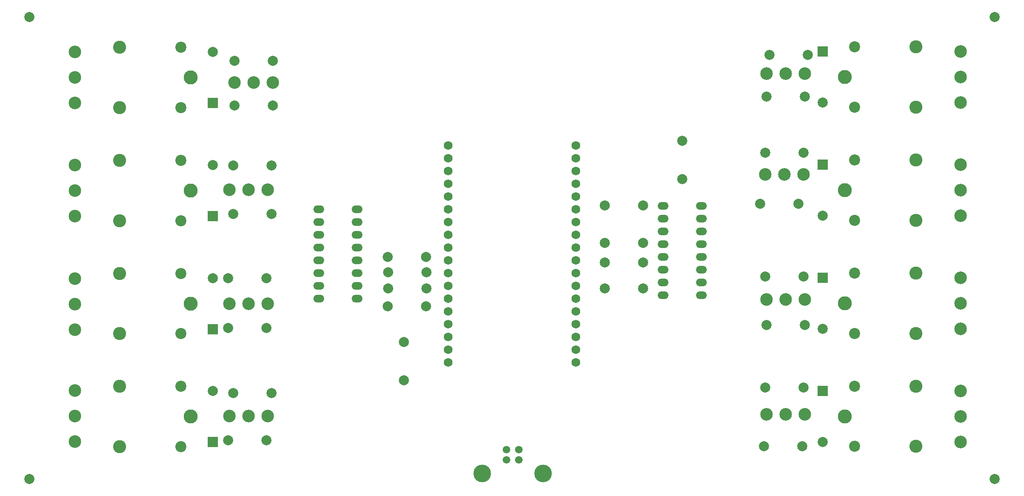
<source format=gbr>
%TF.GenerationSoftware,KiCad,Pcbnew,(5.1.10)-1*%
%TF.CreationDate,2021-09-30T22:30:01-03:00*%
%TF.ProjectId,esp32,65737033-322e-46b6-9963-61645f706362,rev?*%
%TF.SameCoordinates,Original*%
%TF.FileFunction,Copper,L1,Top*%
%TF.FilePolarity,Positive*%
%FSLAX46Y46*%
G04 Gerber Fmt 4.6, Leading zero omitted, Abs format (unit mm)*
G04 Created by KiCad (PCBNEW (5.1.10)-1) date 2021-09-30 22:30:01*
%MOMM*%
%LPD*%
G01*
G04 APERTURE LIST*
%TA.AperFunction,ComponentPad*%
%ADD10C,1.998980*%
%TD*%
%TA.AperFunction,ComponentPad*%
%ADD11R,1.998980X1.998980*%
%TD*%
%TA.AperFunction,ComponentPad*%
%ADD12C,2.500000*%
%TD*%
%TA.AperFunction,ComponentPad*%
%ADD13C,2.800000*%
%TD*%
%TA.AperFunction,ComponentPad*%
%ADD14C,2.200000*%
%TD*%
%TA.AperFunction,ComponentPad*%
%ADD15C,2.600000*%
%TD*%
%TA.AperFunction,ComponentPad*%
%ADD16O,2.199640X1.501140*%
%TD*%
%TA.AperFunction,ComponentPad*%
%ADD17C,1.501140*%
%TD*%
%TA.AperFunction,ComponentPad*%
%ADD18C,3.500120*%
%TD*%
%TA.AperFunction,ComponentPad*%
%ADD19C,2.499360*%
%TD*%
%TA.AperFunction,ComponentPad*%
%ADD20C,1.750000*%
%TD*%
G04 APERTURE END LIST*
D10*
%TO.P,R3B1,1*%
%TO.N,Net-(Q5-Pad2)*%
X79814000Y-61658000D03*
%TO.P,R3B1,2*%
%TO.N,Earth*%
X87434000Y-61658000D03*
%TD*%
%TO.P,R12,1*%
%TO.N,Net-(Q4-Pad2)*%
X185342000Y-117770000D03*
%TO.P,R12,2*%
%TO.N,Earth*%
X192962000Y-117770000D03*
%TD*%
%TO.P,R9,2*%
%TO.N,Earth*%
X192962000Y-95672000D03*
%TO.P,R9,1*%
%TO.N,Net-(Q3-Pad2)*%
X185342000Y-95672000D03*
%TD*%
%TO.P,D2,1*%
%TO.N,Net-(D2-Pad1)*%
X196780000Y-83564000D03*
D11*
%TO.P,D2,2*%
%TO.N,+5V*%
X196780000Y-73404000D03*
%TD*%
%TO.P,D1,2*%
%TO.N,+5V*%
X196780000Y-50904000D03*
D10*
%TO.P,D1,1*%
%TO.N,Net-(D1-Pad1)*%
X196780000Y-61064000D03*
%TD*%
D11*
%TO.P,D3,2*%
%TO.N,+5V*%
X196780000Y-95904000D03*
D10*
%TO.P,D3,1*%
%TO.N,Net-(D3-Pad1)*%
X196780000Y-106064000D03*
%TD*%
%TO.P,D4,1*%
%TO.N,Net-(D4-Pad1)*%
X196780000Y-128564000D03*
D11*
%TO.P,D4,2*%
%TO.N,+5V*%
X196780000Y-118404000D03*
%TD*%
D10*
%TO.P,D6,1*%
%TO.N,Net-(D6-Pad1)*%
X75514000Y-73466000D03*
D11*
%TO.P,D6,2*%
%TO.N,+5V*%
X75514000Y-83626000D03*
%TD*%
%TO.P,D8,2*%
%TO.N,+5V*%
X75514000Y-128626000D03*
D10*
%TO.P,D8,1*%
%TO.N,Net-(D8-Pad1)*%
X75514000Y-118466000D03*
%TD*%
D11*
%TO.P,D5,2*%
%TO.N,+5V*%
X75514000Y-61126000D03*
D10*
%TO.P,D5,1*%
%TO.N,Net-(D5-Pad1)*%
X75514000Y-50966000D03*
%TD*%
%TO.P,D7,1*%
%TO.N,Net-(D7-Pad1)*%
X75514000Y-95966000D03*
D11*
%TO.P,D7,2*%
%TO.N,+5V*%
X75514000Y-106126000D03*
%TD*%
D12*
%TO.P,J3,3*%
%TO.N,/NC3*%
X224280000Y-95904000D03*
%TO.P,J3,1*%
%TO.N,/NA3*%
X224280000Y-106064000D03*
%TO.P,J3,2*%
%TO.N,/COM3*%
X224280000Y-100984000D03*
%TD*%
%TO.P,J4,2*%
%TO.N,/COM4*%
X224280000Y-123484000D03*
%TO.P,J4,1*%
%TO.N,/NA4*%
X224280000Y-128564000D03*
%TO.P,J4,3*%
%TO.N,/NC4*%
X224280000Y-118404000D03*
%TD*%
%TO.P,J2,2*%
%TO.N,/COM2*%
X224280000Y-78484000D03*
%TO.P,J2,1*%
%TO.N,/NA2*%
X224280000Y-83564000D03*
%TO.P,J2,3*%
%TO.N,/NC2*%
X224280000Y-73404000D03*
%TD*%
%TO.P,J1,3*%
%TO.N,/NC1*%
X224280000Y-50904000D03*
%TO.P,J1,1*%
%TO.N,/NA1*%
X224280000Y-61064000D03*
%TO.P,J1,2*%
%TO.N,/COM1*%
X224280000Y-55984000D03*
%TD*%
%TO.P,J5,3*%
%TO.N,/NC5*%
X48014000Y-61126000D03*
%TO.P,J5,1*%
%TO.N,/NA5*%
X48014000Y-50966000D03*
%TO.P,J5,2*%
%TO.N,/COM5*%
X48014000Y-56046000D03*
%TD*%
%TO.P,J6,2*%
%TO.N,/COM6*%
X48014000Y-78546000D03*
%TO.P,J6,1*%
%TO.N,/NA6*%
X48014000Y-73466000D03*
%TO.P,J6,3*%
%TO.N,/NC6*%
X48014000Y-83626000D03*
%TD*%
%TO.P,J7,3*%
%TO.N,/NC7*%
X48014000Y-106206000D03*
%TO.P,J7,1*%
%TO.N,/NA7*%
X48014000Y-96046000D03*
%TO.P,J7,2*%
%TO.N,/COM7*%
X48014000Y-101126000D03*
%TD*%
%TO.P,J8,2*%
%TO.N,/COM8*%
X48014000Y-123466000D03*
%TO.P,J8,1*%
%TO.N,/NA8*%
X48014000Y-118386000D03*
%TO.P,J8,3*%
%TO.N,/NC8*%
X48014000Y-128546000D03*
%TD*%
D13*
%TO.P,K2,1*%
%TO.N,/COM2*%
X201180000Y-78484000D03*
D14*
%TO.P,K2,5*%
%TO.N,+5V*%
X203180000Y-72484000D03*
D15*
%TO.P,K2,4*%
%TO.N,/NC2*%
X215380000Y-72484000D03*
%TO.P,K2,3*%
%TO.N,/NA2*%
X215380000Y-84484000D03*
D14*
%TO.P,K2,2*%
%TO.N,Net-(D2-Pad1)*%
X203180000Y-84484000D03*
%TD*%
%TO.P,K1,2*%
%TO.N,Net-(D1-Pad1)*%
X203180000Y-61984000D03*
D15*
%TO.P,K1,3*%
%TO.N,/NA1*%
X215380000Y-61984000D03*
%TO.P,K1,4*%
%TO.N,/NC1*%
X215380000Y-49984000D03*
D14*
%TO.P,K1,5*%
%TO.N,+5V*%
X203180000Y-49984000D03*
D13*
%TO.P,K1,1*%
%TO.N,/COM1*%
X201180000Y-55984000D03*
%TD*%
%TO.P,K3,1*%
%TO.N,/COM3*%
X201180000Y-100984000D03*
D14*
%TO.P,K3,5*%
%TO.N,+5V*%
X203180000Y-94984000D03*
D15*
%TO.P,K3,4*%
%TO.N,/NC3*%
X215380000Y-94984000D03*
%TO.P,K3,3*%
%TO.N,/NA3*%
X215380000Y-106984000D03*
D14*
%TO.P,K3,2*%
%TO.N,Net-(D3-Pad1)*%
X203180000Y-106984000D03*
%TD*%
%TO.P,K4,2*%
%TO.N,Net-(D4-Pad1)*%
X203180000Y-129484000D03*
D15*
%TO.P,K4,3*%
%TO.N,/NA4*%
X215380000Y-129484000D03*
%TO.P,K4,4*%
%TO.N,/NC4*%
X215380000Y-117484000D03*
D14*
%TO.P,K4,5*%
%TO.N,+5V*%
X203180000Y-117484000D03*
D13*
%TO.P,K4,1*%
%TO.N,/COM4*%
X201180000Y-123484000D03*
%TD*%
D14*
%TO.P,K6,2*%
%TO.N,Net-(D6-Pad1)*%
X69114000Y-72546000D03*
D15*
%TO.P,K6,3*%
%TO.N,/NA6*%
X56914000Y-72546000D03*
%TO.P,K6,4*%
%TO.N,/NC6*%
X56914000Y-84546000D03*
D14*
%TO.P,K6,5*%
%TO.N,+5V*%
X69114000Y-84546000D03*
D13*
%TO.P,K6,1*%
%TO.N,/COM6*%
X71114000Y-78546000D03*
%TD*%
%TO.P,K8,1*%
%TO.N,/COM8*%
X71114000Y-123546000D03*
D14*
%TO.P,K8,5*%
%TO.N,+5V*%
X69114000Y-129546000D03*
D15*
%TO.P,K8,4*%
%TO.N,/NC8*%
X56914000Y-129546000D03*
%TO.P,K8,3*%
%TO.N,/NA8*%
X56914000Y-117546000D03*
D14*
%TO.P,K8,2*%
%TO.N,Net-(D8-Pad1)*%
X69114000Y-117546000D03*
%TD*%
%TO.P,K5,2*%
%TO.N,Net-(D5-Pad1)*%
X69114000Y-50046000D03*
D15*
%TO.P,K5,3*%
%TO.N,/NA5*%
X56914000Y-50046000D03*
%TO.P,K5,4*%
%TO.N,/NC5*%
X56914000Y-62046000D03*
D14*
%TO.P,K5,5*%
%TO.N,+5V*%
X69114000Y-62046000D03*
D13*
%TO.P,K5,1*%
%TO.N,/COM5*%
X71114000Y-56046000D03*
%TD*%
%TO.P,K7,1*%
%TO.N,/COM7*%
X71114000Y-101046000D03*
D14*
%TO.P,K7,5*%
%TO.N,+5V*%
X69114000Y-107046000D03*
D15*
%TO.P,K7,4*%
%TO.N,/NC7*%
X56914000Y-107046000D03*
%TO.P,K7,3*%
%TO.N,/NA7*%
X56914000Y-95046000D03*
D14*
%TO.P,K7,2*%
%TO.N,Net-(D7-Pad1)*%
X69114000Y-95046000D03*
%TD*%
D16*
%TO.P,OPTOSCOMPLADOR1,1*%
%TO.N,+5V*%
X96590000Y-82260000D03*
%TO.P,OPTOSCOMPLADOR1,2*%
%TO.N,Net-(OPTOSCOMPLADOR1-Pad2)*%
X96590000Y-84800000D03*
%TO.P,OPTOSCOMPLADOR1,3*%
%TO.N,Net-(OPTOSCOMPLADOR1-Pad3)*%
X96590000Y-87340000D03*
%TO.P,OPTOSCOMPLADOR1,4*%
%TO.N,+5V*%
X96590000Y-89880000D03*
%TO.P,OPTOSCOMPLADOR1,5*%
X96590000Y-92420000D03*
%TO.P,OPTOSCOMPLADOR1,6*%
%TO.N,Net-(OPTOSCOMPLADOR1-Pad6)*%
X96590000Y-94960000D03*
%TO.P,OPTOSCOMPLADOR1,7*%
%TO.N,Net-(OPTOSCOMPLADOR1-Pad7)*%
X96590000Y-97500000D03*
%TO.P,OPTOSCOMPLADOR1,8*%
%TO.N,+5V*%
X96590000Y-100040000D03*
%TO.P,OPTOSCOMPLADOR1,9*%
%TO.N,GND*%
X104210000Y-100040000D03*
%TO.P,OPTOSCOMPLADOR1,10*%
%TO.N,Net-(OPTOSCOMPLADOR1-Pad10)*%
X104210000Y-97500000D03*
%TO.P,OPTOSCOMPLADOR1,11*%
%TO.N,Net-(OPTOSCOMPLADOR1-Pad11)*%
X104210000Y-94960000D03*
%TO.P,OPTOSCOMPLADOR1,12*%
%TO.N,GND*%
X104210000Y-92420000D03*
%TO.P,OPTOSCOMPLADOR1,13*%
X104210000Y-89880000D03*
%TO.P,OPTOSCOMPLADOR1,14*%
%TO.N,Net-(OPTOSCOMPLADOR1-Pad14)*%
X104210000Y-87340000D03*
%TO.P,OPTOSCOMPLADOR1,15*%
%TO.N,Net-(OPTOSCOMPLADOR1-Pad15)*%
X104210000Y-84800000D03*
%TO.P,OPTOSCOMPLADOR1,16*%
%TO.N,GND*%
X104210000Y-82260000D03*
%TD*%
%TO.P,OPTOSCOMPLADOR2,16*%
%TO.N,Net-(OPTOSCOMPLADOR2-Pad16)*%
X172660000Y-81610000D03*
%TO.P,OPTOSCOMPLADOR2,15*%
%TO.N,+5V*%
X172660000Y-84150000D03*
%TO.P,OPTOSCOMPLADOR2,14*%
X172660000Y-86690000D03*
%TO.P,OPTOSCOMPLADOR2,13*%
%TO.N,Net-(OPTOSCOMPLADOR2-Pad13)*%
X172660000Y-89230000D03*
%TO.P,OPTOSCOMPLADOR2,12*%
%TO.N,Net-(OPTOSCOMPLADOR2-Pad12)*%
X172660000Y-91770000D03*
%TO.P,OPTOSCOMPLADOR2,11*%
%TO.N,+5V*%
X172660000Y-94310000D03*
%TO.P,OPTOSCOMPLADOR2,10*%
X172660000Y-96850000D03*
%TO.P,OPTOSCOMPLADOR2,9*%
%TO.N,Net-(OPTOSCOMPLADOR2-Pad9)*%
X172660000Y-99390000D03*
%TO.P,OPTOSCOMPLADOR2,8*%
%TO.N,Net-(OPTOSCOMPLADOR2-Pad8)*%
X165040000Y-99390000D03*
%TO.P,OPTOSCOMPLADOR2,7*%
%TO.N,GND*%
X165040000Y-96850000D03*
%TO.P,OPTOSCOMPLADOR2,6*%
X165040000Y-94310000D03*
%TO.P,OPTOSCOMPLADOR2,5*%
%TO.N,Net-(OPTOSCOMPLADOR2-Pad5)*%
X165040000Y-91770000D03*
%TO.P,OPTOSCOMPLADOR2,4*%
%TO.N,Net-(OPTOSCOMPLADOR2-Pad4)*%
X165040000Y-89230000D03*
%TO.P,OPTOSCOMPLADOR2,3*%
%TO.N,GND*%
X165040000Y-86690000D03*
%TO.P,OPTOSCOMPLADOR2,2*%
X165040000Y-84150000D03*
%TO.P,OPTOSCOMPLADOR2,1*%
%TO.N,Net-(OPTOSCOMPLADOR2-Pad1)*%
X165040000Y-81610000D03*
%TD*%
D17*
%TO.P,P1,3*%
%TO.N,N/C*%
X133883400Y-132156200D03*
%TO.P,P1,4*%
%TO.N,GND*%
X136372600Y-132156200D03*
%TO.P,P1,1*%
%TO.N,+5V*%
X136372600Y-130149600D03*
%TO.P,P1,2*%
%TO.N,N/C*%
X133883400Y-130149600D03*
D18*
%TO.P,P1,*%
%TO.N,*%
X129108200Y-134874000D03*
X141147800Y-134874000D03*
%TD*%
D19*
%TO.P,Q2,1*%
%TO.N,Earth*%
X192962000Y-75312000D03*
%TO.P,Q2,2*%
%TO.N,Net-(Q2-Pad2)*%
X189152000Y-75312000D03*
%TO.P,Q2,3*%
%TO.N,Net-(D2-Pad1)*%
X185342000Y-75312000D03*
%TD*%
%TO.P,Q1,1*%
%TO.N,Earth*%
X193216000Y-55246000D03*
%TO.P,Q1,2*%
%TO.N,Net-(Q1-Pad2)*%
X189406000Y-55246000D03*
%TO.P,Q1,3*%
%TO.N,Net-(D1-Pad1)*%
X185596000Y-55246000D03*
%TD*%
%TO.P,Q3,3*%
%TO.N,Net-(D3-Pad1)*%
X185596000Y-100244000D03*
%TO.P,Q3,2*%
%TO.N,Net-(Q3-Pad2)*%
X189406000Y-100244000D03*
%TO.P,Q3,1*%
%TO.N,Earth*%
X193216000Y-100244000D03*
%TD*%
%TO.P,Q4,1*%
%TO.N,Earth*%
X193216000Y-123104000D03*
%TO.P,Q4,2*%
%TO.N,Net-(Q4-Pad2)*%
X189406000Y-123104000D03*
%TO.P,Q4,3*%
%TO.N,Net-(D4-Pad1)*%
X185596000Y-123104000D03*
%TD*%
%TO.P,Q6,3*%
%TO.N,Net-(D6-Pad1)*%
X78798000Y-78422000D03*
%TO.P,Q6,2*%
%TO.N,Net-(Q6-Pad2)*%
X82608000Y-78422000D03*
%TO.P,Q6,1*%
%TO.N,Earth*%
X86418000Y-78422000D03*
%TD*%
%TO.P,Q8,1*%
%TO.N,Earth*%
X86418000Y-123420000D03*
%TO.P,Q8,2*%
%TO.N,Net-(Q8-Pad2)*%
X82608000Y-123420000D03*
%TO.P,Q8,3*%
%TO.N,Net-(D8-Pad1)*%
X78798000Y-123420000D03*
%TD*%
%TO.P,Q5,3*%
%TO.N,Net-(D5-Pad1)*%
X79814000Y-57086000D03*
%TO.P,Q5,2*%
%TO.N,Net-(Q5-Pad2)*%
X83624000Y-57086000D03*
%TO.P,Q5,1*%
%TO.N,Earth*%
X87434000Y-57086000D03*
%TD*%
%TO.P,Q7,3*%
%TO.N,Net-(D7-Pad1)*%
X78798000Y-101068000D03*
%TO.P,Q7,2*%
%TO.N,Net-(Q7-Pad2)*%
X82608000Y-101068000D03*
%TO.P,Q7,1*%
%TO.N,Earth*%
X86418000Y-101068000D03*
%TD*%
D10*
%TO.P,R1,1*%
%TO.N,Net-(OPTOSCOMPLADOR2-Pad1)*%
X161060000Y-81500000D03*
%TO.P,R1,2*%
%TO.N,/IN1*%
X153440000Y-81500000D03*
%TD*%
%TO.P,R5,2*%
%TO.N,Net-(OPTOSCOMPLADOR2-Pad13)*%
X184326000Y-81154000D03*
%TO.P,R5,1*%
%TO.N,Net-(Q2-Pad2)*%
X191946000Y-81154000D03*
%TD*%
%TO.P,R6,1*%
%TO.N,Net-(Q2-Pad2)*%
X185342000Y-70994000D03*
%TO.P,R6,2*%
%TO.N,Earth*%
X192962000Y-70994000D03*
%TD*%
%TO.P,R4,1*%
%TO.N,Net-(OPTOSCOMPLADOR2-Pad4)*%
X161060000Y-89000000D03*
%TO.P,R4,2*%
%TO.N,/IN2*%
X153440000Y-89000000D03*
%TD*%
%TO.P,R2,2*%
%TO.N,Net-(OPTOSCOMPLADOR2-Pad16)*%
X185596000Y-59818000D03*
%TO.P,R2,1*%
%TO.N,Net-(Q1-Pad2)*%
X193216000Y-59818000D03*
%TD*%
%TO.P,R3,2*%
%TO.N,Earth*%
X193812000Y-51532000D03*
%TO.P,R3,1*%
%TO.N,Net-(Q1-Pad2)*%
X186192000Y-51532000D03*
%TD*%
%TO.P,R7,2*%
%TO.N,/IN3*%
X153440000Y-92900000D03*
%TO.P,R7,1*%
%TO.N,Net-(OPTOSCOMPLADOR2-Pad5)*%
X161060000Y-92900000D03*
%TD*%
%TO.P,R10,1*%
%TO.N,Net-(OPTOSCOMPLADOR2-Pad8)*%
X161060000Y-98000000D03*
%TO.P,R10,2*%
%TO.N,/IN4*%
X153440000Y-98000000D03*
%TD*%
%TO.P,R8,1*%
%TO.N,Net-(Q3-Pad2)*%
X193216000Y-105324000D03*
%TO.P,R8,2*%
%TO.N,Net-(OPTOSCOMPLADOR2-Pad12)*%
X185596000Y-105324000D03*
%TD*%
%TO.P,R11,2*%
%TO.N,Net-(OPTOSCOMPLADOR2-Pad9)*%
X185088000Y-129454000D03*
%TO.P,R11,1*%
%TO.N,Net-(Q4-Pad2)*%
X192708000Y-129454000D03*
%TD*%
%TO.P,R6B1,1*%
%TO.N,Net-(Q6-Pad2)*%
X87180000Y-73596000D03*
%TO.P,R6B1,2*%
%TO.N,Earth*%
X79560000Y-73596000D03*
%TD*%
%TO.P,R12B1,1*%
%TO.N,Net-(Q8-Pad2)*%
X79560000Y-118848000D03*
%TO.P,R12B1,2*%
%TO.N,Earth*%
X87180000Y-118848000D03*
%TD*%
%TO.P,R5B1,2*%
%TO.N,Net-(OPTOSCOMPLADOR1-Pad3)*%
X87180000Y-83248000D03*
%TO.P,R5B1,1*%
%TO.N,Net-(Q6-Pad2)*%
X79560000Y-83248000D03*
%TD*%
%TO.P,R11B1,2*%
%TO.N,Net-(OPTOSCOMPLADOR1-Pad7)*%
X86164000Y-128246000D03*
%TO.P,R11B1,1*%
%TO.N,Net-(Q8-Pad2)*%
X78544000Y-128246000D03*
%TD*%
%TO.P,R9B1,2*%
%TO.N,Earth*%
X86164000Y-95988000D03*
%TO.P,R9B1,1*%
%TO.N,Net-(Q7-Pad2)*%
X78544000Y-95988000D03*
%TD*%
%TO.P,R2B1,2*%
%TO.N,Net-(OPTOSCOMPLADOR1-Pad2)*%
X87434000Y-52768000D03*
%TO.P,R2B1,1*%
%TO.N,Net-(Q5-Pad2)*%
X79814000Y-52768000D03*
%TD*%
%TO.P,R8B1,2*%
%TO.N,Net-(OPTOSCOMPLADOR1-Pad6)*%
X86164000Y-105894000D03*
%TO.P,R8B1,1*%
%TO.N,Net-(Q7-Pad2)*%
X78544000Y-105894000D03*
%TD*%
%TO.P,R4B1,1*%
%TO.N,Net-(OPTOSCOMPLADOR1-Pad14)*%
X110352000Y-94830000D03*
%TO.P,R4B1,2*%
%TO.N,/IN6*%
X117972000Y-94830000D03*
%TD*%
%TO.P,R10B1,2*%
%TO.N,/IN8*%
X117872000Y-101630000D03*
%TO.P,R10B1,1*%
%TO.N,Net-(OPTOSCOMPLADOR1-Pad10)*%
X110252000Y-101630000D03*
%TD*%
%TO.P,R1B1,1*%
%TO.N,Net-(OPTOSCOMPLADOR1-Pad15)*%
X110252000Y-91730000D03*
%TO.P,R1B1,2*%
%TO.N,/IN5*%
X117872000Y-91730000D03*
%TD*%
%TO.P,R7B1,1*%
%TO.N,Net-(OPTOSCOMPLADOR1-Pad11)*%
X110352000Y-98030000D03*
%TO.P,R7B1,2*%
%TO.N,/IN7*%
X117972000Y-98030000D03*
%TD*%
D20*
%TO.P,U1,18*%
%TO.N,N/C*%
X122300000Y-69596000D03*
%TO.P,U1,17*%
X122300000Y-72136000D03*
%TO.P,U1,16*%
X122300000Y-74676000D03*
%TO.P,U1,15*%
X122300000Y-77216000D03*
%TO.P,U1,14*%
X122300000Y-79756000D03*
%TO.P,U1,13*%
X122300000Y-82296000D03*
%TO.P,U1,12*%
X122300000Y-84836000D03*
%TO.P,U1,11*%
X122300000Y-87376000D03*
%TO.P,U1,10*%
X122300000Y-89916000D03*
%TO.P,U1,9*%
%TO.N,/IN5*%
X122300000Y-92456000D03*
%TO.P,U1,8*%
%TO.N,/IN6*%
X122300000Y-94996000D03*
%TO.P,U1,7*%
%TO.N,/IN7*%
X122300000Y-97536000D03*
%TO.P,U1,6*%
%TO.N,/IN8*%
X122300000Y-100076000D03*
%TO.P,U1,5*%
%TO.N,N/C*%
X122300000Y-102616000D03*
%TO.P,U1,4*%
X122300000Y-105156000D03*
%TO.P,U1,3*%
X122300000Y-107696000D03*
%TO.P,U1,2*%
%TO.N,GND*%
X122300000Y-110236000D03*
%TO.P,U1,1*%
%TO.N,+5V*%
X122300000Y-112776000D03*
%TO.P,U1,19*%
%TO.N,N/C*%
X147700000Y-112776000D03*
%TO.P,U1,20*%
X147700000Y-110236000D03*
%TO.P,U1,21*%
X147700000Y-107696000D03*
%TO.P,U1,22*%
X147700000Y-105156000D03*
%TO.P,U1,23*%
X147700000Y-102616000D03*
%TO.P,U1,24*%
%TO.N,/IN4*%
X147700000Y-100076000D03*
%TO.P,U1,25*%
%TO.N,/IN3*%
X147700000Y-97536000D03*
%TO.P,U1,26*%
%TO.N,/IN2*%
X147700000Y-94996000D03*
%TO.P,U1,27*%
%TO.N,N/C*%
X147700000Y-92456000D03*
%TO.P,U1,28*%
X147700000Y-89916000D03*
%TO.P,U1,29*%
%TO.N,/IN1*%
X147700000Y-87376000D03*
%TO.P,U1,30*%
%TO.N,N/C*%
X147700000Y-84836000D03*
%TO.P,U1,31*%
X147700000Y-82296000D03*
%TO.P,U1,32*%
X147700000Y-79756000D03*
%TO.P,U1,33*%
X147700000Y-77216000D03*
%TO.P,U1,34*%
X147700000Y-74676000D03*
%TO.P,U1,35*%
X147700000Y-72136000D03*
%TO.P,U1,36*%
X147700000Y-69596000D03*
%TD*%
D10*
%TO.P,H1,1*%
%TO.N,N/C*%
X39000000Y-44000000D03*
%TD*%
%TO.P,H2,1*%
%TO.N,N/C*%
X231000000Y-44000000D03*
%TD*%
%TO.P,H3,1*%
%TO.N,N/C*%
X231000000Y-136000000D03*
%TD*%
%TO.P,H4,1*%
%TO.N,N/C*%
X39000000Y-136000000D03*
%TD*%
%TO.P,R16,1*%
%TO.N,GND*%
X113538000Y-116332000D03*
%TO.P,R16,2*%
X113538000Y-108712000D03*
%TD*%
%TO.P,R14,1*%
%TO.N,GND*%
X168910000Y-76310000D03*
%TO.P,R14,2*%
%TO.N,Earth*%
X168910000Y-68690000D03*
%TD*%
M02*

</source>
